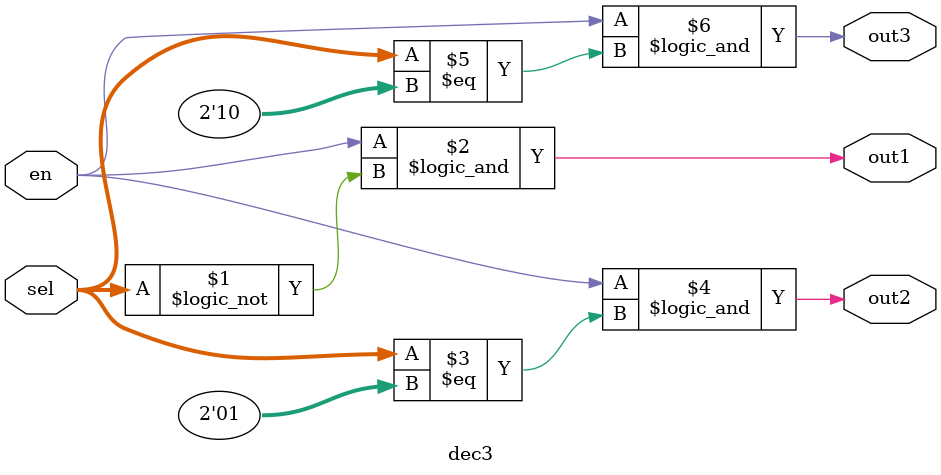
<source format=v>
/*******************************************************************************
 * Module: dec3
 * Description: 3-output decoder for slave selection
 * 
 * This module decodes a 2-bit selector signal into 3 one-hot outputs.
 * The outputs are enabled only when the enable signal is high.
 * 
 * Date: 2025-10-14
 * Target: Intel Cyclone V (DE10-Nano)
 ******************************************************************************/


`timescale 1ns / 1ps

module dec3 (
    input  wire [1:0] sel,     // 2-bit selector input
    input  wire       en,      // Enable signal
    output wire       out1,    // Output 1 (sel == 2'b00)
    output wire       out2,    // Output 2 (sel == 2'b01)
    output wire       out3     // Output 3 (sel == 2'b10)
);

    // Combinational output logic
    assign out1 = en && (sel == 2'b00);
    assign out2 = en && (sel == 2'b01);
    assign out3 = en && (sel == 2'b10);

endmodule

</source>
